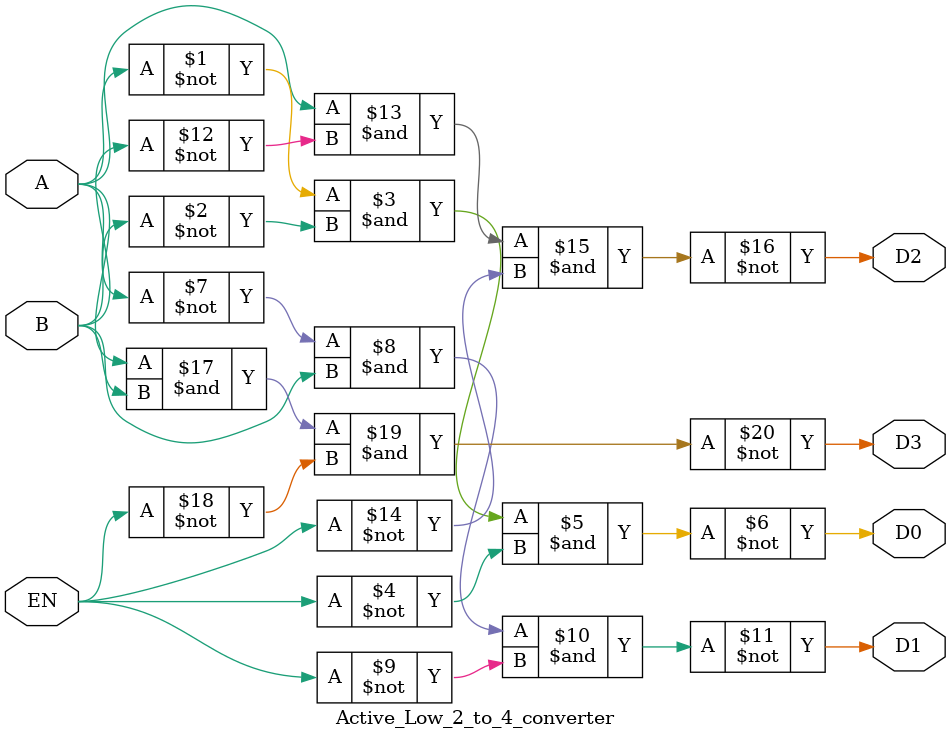
<source format=v>
module  Active_Low_2_to_4_converter(A,B,EN,D0,D1,D2,D3); //defines module

	input wire A; //defines an input A
	input wire B; //defines an input B
	input wire EN; //defines an input Enable, "EN"
	
	output wire D0; //defines an output wire D0
	output wire D1; //defines an output wire D1
	output wire D2; //defines an output wire D2
	output wire D3; //defines an output wire D3
	
	assign D0 = ~(~A & ~B & ~EN); //assigns logical expression to D0
	assign D1 = ~(~A & B & ~EN); //assigns logical expression to D1
	assign D2 = ~(A & ~B & ~EN); //assigns logical expression to D2
	assign D3 = ~(A & B & ~EN); //assigns logical expression to D3
	
endmodule //ends module

</source>
